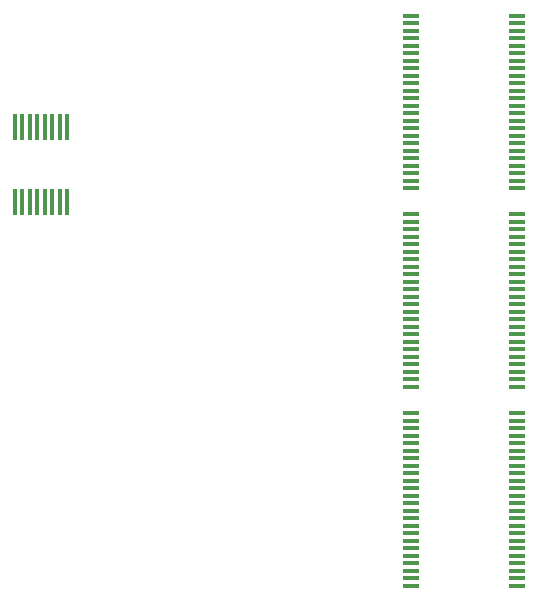
<source format=gtp>
G04 MADE WITH FRITZING*
G04 WWW.FRITZING.ORG*
G04 DOUBLE SIDED*
G04 HOLES PLATED*
G04 CONTOUR ON CENTER OF CONTOUR VECTOR*
%ASAXBY*%
%FSLAX23Y23*%
%MOIN*%
%OFA0B0*%
%SFA1.0B1.0*%
%ADD10R,0.013780X0.086614*%
%ADD11R,0.055000X0.012000*%
%LNPASTEMASK1*%
G90*
G70*
G54D10*
X374Y1915D03*
X349Y1915D03*
X324Y1915D03*
X299Y1915D03*
X274Y1915D03*
X249Y1915D03*
X224Y1915D03*
X199Y1915D03*
X199Y1663D03*
X224Y1663D03*
X249Y1663D03*
X274Y1663D03*
X299Y1663D03*
X324Y1663D03*
X349Y1663D03*
X374Y1663D03*
G54D11*
X1520Y2286D03*
X1520Y2261D03*
X1520Y2236D03*
X1520Y2211D03*
X1520Y2186D03*
X1520Y2161D03*
X1520Y2136D03*
X1520Y2111D03*
X1520Y2086D03*
X1520Y2061D03*
X1520Y2036D03*
X1520Y2011D03*
X1520Y1986D03*
X1520Y1961D03*
X1520Y1936D03*
X1520Y1911D03*
X1520Y1886D03*
X1520Y1861D03*
X1520Y1836D03*
X1520Y1811D03*
X1520Y1786D03*
X1520Y1761D03*
X1520Y1736D03*
X1520Y1711D03*
X1873Y1711D03*
X1873Y1736D03*
X1873Y1761D03*
X1873Y1786D03*
X1873Y1811D03*
X1873Y1836D03*
X1873Y1861D03*
X1873Y1886D03*
X1873Y1911D03*
X1873Y1936D03*
X1873Y1961D03*
X1873Y1986D03*
X1873Y2011D03*
X1873Y2036D03*
X1873Y2061D03*
X1873Y2086D03*
X1873Y2111D03*
X1873Y2136D03*
X1873Y2161D03*
X1873Y2186D03*
X1873Y2211D03*
X1873Y2236D03*
X1873Y2261D03*
X1873Y2286D03*
X1520Y1623D03*
X1520Y1598D03*
X1520Y1573D03*
X1520Y1548D03*
X1520Y1523D03*
X1520Y1498D03*
X1520Y1473D03*
X1520Y1448D03*
X1520Y1423D03*
X1520Y1398D03*
X1520Y1373D03*
X1520Y1348D03*
X1520Y1323D03*
X1520Y1298D03*
X1520Y1273D03*
X1520Y1248D03*
X1520Y1223D03*
X1520Y1198D03*
X1520Y1173D03*
X1520Y1148D03*
X1520Y1123D03*
X1520Y1098D03*
X1520Y1073D03*
X1520Y1048D03*
X1873Y1048D03*
X1873Y1073D03*
X1873Y1098D03*
X1873Y1123D03*
X1873Y1148D03*
X1873Y1173D03*
X1873Y1198D03*
X1873Y1223D03*
X1873Y1248D03*
X1873Y1273D03*
X1873Y1298D03*
X1873Y1323D03*
X1873Y1348D03*
X1873Y1373D03*
X1873Y1398D03*
X1873Y1423D03*
X1873Y1448D03*
X1873Y1473D03*
X1873Y1498D03*
X1873Y1523D03*
X1873Y1548D03*
X1873Y1573D03*
X1873Y1598D03*
X1873Y1623D03*
X1520Y960D03*
X1520Y935D03*
X1520Y910D03*
X1520Y885D03*
X1520Y860D03*
X1520Y835D03*
X1520Y810D03*
X1520Y785D03*
X1520Y760D03*
X1520Y735D03*
X1520Y710D03*
X1520Y685D03*
X1520Y660D03*
X1520Y635D03*
X1520Y610D03*
X1520Y585D03*
X1520Y560D03*
X1520Y535D03*
X1520Y510D03*
X1520Y485D03*
X1520Y460D03*
X1520Y435D03*
X1520Y410D03*
X1520Y385D03*
X1873Y385D03*
X1873Y410D03*
X1873Y435D03*
X1873Y460D03*
X1873Y485D03*
X1873Y510D03*
X1873Y535D03*
X1873Y560D03*
X1873Y585D03*
X1873Y610D03*
X1873Y635D03*
X1873Y660D03*
X1873Y685D03*
X1873Y710D03*
X1873Y735D03*
X1873Y760D03*
X1873Y785D03*
X1873Y810D03*
X1873Y835D03*
X1873Y860D03*
X1873Y885D03*
X1873Y910D03*
X1873Y935D03*
X1873Y960D03*
G04 End of PasteMask1*
M02*
</source>
